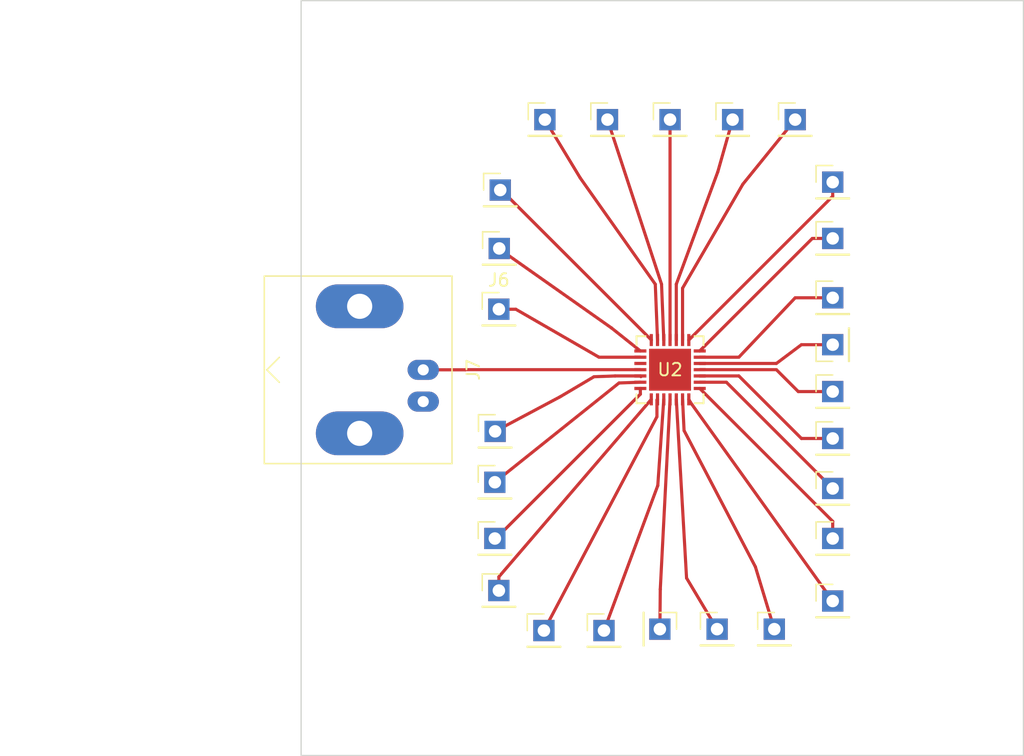
<source format=kicad_pcb>
(kicad_pcb (version 20221018) (generator pcbnew)
  (layers (0 "F.Cu" signal) (31 "B.Cu" signal) (34 "B.Paste" user) (35 "F.Paste" user) (36 "B.SilkS" user "B.Silkscreen") (37 "F.SilkS" user "F.Silkscreen") (38 "B.Mask" user) (39 "F.Mask" user) (44 "Edge.Cuts" user))
  (net 0 "")
  (net 1 "Net-(J1-Pin_1)")
  (net 2 "Net-(J2-Pin_1)")
  (net 4 "Net-(J3-Pin_1)")
  (net 5 "Net-(J4-Pin_1)")
  (net 6 "Net-(J5-Pin_1)")
  (net 7 "Net-(J7-Pin_1)")
  (net 8 "Net-(U2-GND)")
  (net 9 "Net-(J8-Pin_1)")
  (net 10 "Net-(J9-Pin_1)")
  (net 11 "Net-(J11-Pin_1)")
  (net 12 "Net-(J12-Pin_1)")
  (net 13 "Net-(J13-Pin_1)")
  (net 14 "Net-(J14-Pin_1)")
  (net 15 "Net-(J15-Pin_1)")
  (net 16 "Net-(J16-Pin_1)")
  (net 17 "Net-(J17-Pin_1)")
  (net 18 "Net-(J10-Pin_1)")
  (net 19 "Net-(J18-Pin_1)")
  (net 20 "Net-(J19-Pin_1)")
  (net 21 "Net-(J20-Pin_1)")
  (net 22 "Net-(J21-Pin_1)")
  (net 23 "Net-(J22-Pin_1)")
  (net 24 "Net-(J23-Pin_1)")
  (net 25 "Net-(J24-Pin_1)")
  (net 26 "Net-(J25-Pin_1)")
  (net 27 "Net-(J26-Pin_1)")
  (net 28 "Net-(J27-Pin_1)")
  (net 29 "Net-(J6-Pin_1)")
  (footprint "Connector_PinHeader_2.54mm:PinHeader_1x01_P2.54mm_Vertical" (layer "F.Cu") (at 164.18 80.837501)
    (fp_text reference "J26" hide)
    (fp_text value "Conn_01x01_Pin" hide)
    (fp_line (start -1.33 -1.33) (end 0 -1.33) (stroke (width 0.12)) (layer "F.SilkS"))
    (fp_line (start -1.33 0) (end -1.33 -1.33) (stroke (width 0.12)) (layer "F.SilkS"))
    (fp_line (start -1.33 1.27) (end -1.33 1.33) (stroke (width 0.12)) (layer "F.SilkS"))
    (fp_line (start -1.33 1.27) (end 1.33 1.27) (stroke (width 0.12)) (layer "F.SilkS"))
    (fp_line (start -1.33 1.33) (end 1.33 1.33) (stroke (width 0.12)) (layer "F.SilkS"))
    (fp_line (start 1.33 1.27) (end 1.33 1.33) (stroke (width 0.12)) (layer "F.SilkS"))
    (pad "1" thru_hole rect (at 0 0) (size 1.7 1.7) (drill 1) (layers "*.Cu" "*.Mask") (net 27 "Net-(J26-Pin_1)"))
  )
  (footprint "Connector_PinHeader_2.54mm:PinHeader_1x01_P2.54mm_Vertical" (layer "F.Cu") (at 156.18 75.837501)
    (fp_text reference "J24" hide)
    (fp_text value "Conn_01x01_Pin" hide)
    (fp_line (start -1.33 -1.33) (end 0 -1.33) (stroke (width 0.12)) (layer "F.SilkS"))
    (fp_line (start -1.33 0) (end -1.33 -1.33) (stroke (width 0.12)) (layer "F.SilkS"))
    (fp_line (start -1.33 1.27) (end -1.33 1.33) (stroke (width 0.12)) (layer "F.SilkS"))
    (fp_line (start -1.33 1.27) (end 1.33 1.27) (stroke (width 0.12)) (layer "F.SilkS"))
    (fp_line (start -1.33 1.33) (end 1.33 1.33) (stroke (width 0.12)) (layer "F.SilkS"))
    (fp_line (start 1.33 1.27) (end 1.33 1.33) (stroke (width 0.12)) (layer "F.SilkS"))
    (pad "1" thru_hole rect (at 0 0) (size 1.7 1.7) (drill 1) (layers "*.Cu" "*.Mask") (net 25 "Net-(J24-Pin_1)"))
  )
  (footprint "Connector_PinHeader_2.54mm:PinHeader_1x01_P2.54mm_Vertical" (layer "F.Cu") (at 164.18 97.587501)
    (fp_text reference "J4" hide)
    (fp_text value "Conn_01x01_Pin" hide)
    (fp_line (start -1.33 -1.33) (end 0 -1.33) (stroke (width 0.12)) (layer "F.SilkS"))
    (fp_line (start -1.33 0) (end -1.33 -1.33) (stroke (width 0.12)) (layer "F.SilkS"))
    (fp_line (start -1.33 1.27) (end -1.33 1.33) (stroke (width 0.12)) (layer "F.SilkS"))
    (fp_line (start -1.33 1.27) (end 1.33 1.27) (stroke (width 0.12)) (layer "F.SilkS"))
    (fp_line (start -1.33 1.33) (end 1.33 1.33) (stroke (width 0.12)) (layer "F.SilkS"))
    (fp_line (start 1.33 1.27) (end 1.33 1.33) (stroke (width 0.12)) (layer "F.SilkS"))
    (pad "1" thru_hole rect (at 0 0) (size 1.7 1.7) (drill 1) (layers "*.Cu" "*.Mask") (net 5 "Net-(J4-Pin_1)"))
  )
  (footprint "Connector_PinHeader_2.54mm:PinHeader_1x01_P2.54mm_Vertical" (layer "F.Cu") (at 137.61 81.47)
    (fp_text reference "J20" hide)
    (fp_text value "Conn_01x01_Pin" hide)
    (fp_line (start -1.33 -1.33) (end 0 -1.33) (stroke (width 0.12)) (layer "F.SilkS"))
    (fp_line (start -1.33 0) (end -1.33 -1.33) (stroke (width 0.12)) (layer "F.SilkS"))
    (fp_line (start -1.33 1.27) (end -1.33 1.33) (stroke (width 0.12)) (layer "F.SilkS"))
    (fp_line (start -1.33 1.27) (end 1.33 1.27) (stroke (width 0.12)) (layer "F.SilkS"))
    (fp_line (start -1.33 1.33) (end 1.33 1.33) (stroke (width 0.12)) (layer "F.SilkS"))
    (fp_line (start 1.33 1.27) (end 1.33 1.33) (stroke (width 0.12)) (layer "F.SilkS"))
    (pad "1" thru_hole rect (at 0 0) (size 1.7 1.7) (drill 1) (layers "*.Cu" "*.Mask") (net 21 "Net-(J20-Pin_1)"))
  )
  (footprint "Connector_PinHeader_2.54mm:PinHeader_1x01_P2.54mm_Vertical" (layer "F.Cu") (at 151.18 75.837501)
    (fp_text reference "J23" hide)
    (fp_text value "Conn_01x01_Pin" hide)
    (fp_line (start -1.33 -1.33) (end 0 -1.33) (stroke (width 0.12)) (layer "F.SilkS"))
    (fp_line (start -1.33 0) (end -1.33 -1.33) (stroke (width 0.12)) (layer "F.SilkS"))
    (fp_line (start -1.33 1.27) (end -1.33 1.33) (stroke (width 0.12)) (layer "F.SilkS"))
    (fp_line (start -1.33 1.27) (end 1.33 1.27) (stroke (width 0.12)) (layer "F.SilkS"))
    (fp_line (start -1.33 1.33) (end 1.33 1.33) (stroke (width 0.12)) (layer "F.SilkS"))
    (fp_line (start 1.33 1.27) (end 1.33 1.33) (stroke (width 0.12)) (layer "F.SilkS"))
    (pad "1" thru_hole rect (at 0 0) (size 1.7 1.7) (drill 1) (layers "*.Cu" "*.Mask") (net 24 "Net-(J23-Pin_1)"))
  )
  (footprint "Connector_PinHeader_2.54mm:PinHeader_1x01_P2.54mm_Vertical" (layer "F.Cu") (at 161.18 75.837501)
    (fp_text reference "J25" hide)
    (fp_text value "Conn_01x01_Pin" hide)
    (fp_line (start -1.33 -1.33) (end 0 -1.33) (stroke (width 0.12)) (layer "F.SilkS"))
    (fp_line (start -1.33 0) (end -1.33 -1.33) (stroke (width 0.12)) (layer "F.SilkS"))
    (fp_line (start -1.33 1.27) (end -1.33 1.33) (stroke (width 0.12)) (layer "F.SilkS"))
    (fp_line (start -1.33 1.27) (end 1.33 1.27) (stroke (width 0.12)) (layer "F.SilkS"))
    (fp_line (start -1.33 1.33) (end 1.33 1.33) (stroke (width 0.12)) (layer "F.SilkS"))
    (fp_line (start 1.33 1.27) (end 1.33 1.33) (stroke (width 0.12)) (layer "F.SilkS"))
    (pad "1" thru_hole rect (at 0 0) (size 1.7 1.7) (drill 1) (layers "*.Cu" "*.Mask") (net 26 "Net-(J25-Pin_1)"))
  )
  (footprint "Connector_PinHeader_2.54mm:PinHeader_1x01_P2.54mm_Vertical" (layer "F.Cu") (at 164.18 114.337501)
    (fp_text reference "J16" hide)
    (fp_text value "Conn_01x01_Pin" hide)
    (fp_line (start -1.33 -1.33) (end 0 -1.33) (stroke (width 0.12)) (layer "F.SilkS"))
    (fp_line (start -1.33 0) (end -1.33 -1.33) (stroke (width 0.12)) (layer "F.SilkS"))
    (fp_line (start -1.33 1.27) (end -1.33 1.33) (stroke (width 0.12)) (layer "F.SilkS"))
    (fp_line (start -1.33 1.27) (end 1.33 1.27) (stroke (width 0.12)) (layer "F.SilkS"))
    (fp_line (start -1.33 1.33) (end 1.33 1.33) (stroke (width 0.12)) (layer "F.SilkS"))
    (fp_line (start 1.33 1.27) (end 1.33 1.33) (stroke (width 0.12)) (layer "F.SilkS"))
    (pad "1" thru_hole rect (at 0 0) (size 1.7 1.7) (drill 1) (layers "*.Cu" "*.Mask") (net 16 "Net-(J16-Pin_1)"))
  )
  (footprint "Connector_PinHeader_2.54mm:PinHeader_1x01_P2.54mm_Vertical" (layer "F.Cu") (at 141.1 116.7)
    (fp_text reference "J12" hide)
    (fp_text value "Conn_01x01_Pin" hide)
    (fp_line (start -1.33 -1.33) (end 0 -1.33) (stroke (width 0.12)) (layer "F.SilkS"))
    (fp_line (start -1.33 0) (end -1.33 -1.33) (stroke (width 0.12)) (layer "F.SilkS"))
    (fp_line (start -1.33 1.27) (end -1.33 1.33) (stroke (width 0.12)) (layer "F.SilkS"))
    (fp_line (start -1.33 1.27) (end 1.33 1.27) (stroke (width 0.12)) (layer "F.SilkS"))
    (fp_line (start -1.33 1.33) (end 1.33 1.33) (stroke (width 0.12)) (layer "F.SilkS"))
    (fp_line (start 1.33 1.27) (end 1.33 1.33) (stroke (width 0.12)) (layer "F.SilkS"))
    (pad "1" thru_hole rect (at 0 0) (size 1.7 1.7) (drill 1) (layers "*.Cu" "*.Mask") (net 12 "Net-(J12-Pin_1)"))
  )
  (footprint "Connector_PinHeader_2.54mm:PinHeader_1x01_P2.54mm_Vertical" (layer "F.Cu") (at 146.18 75.837501)
    (fp_text reference "J22" hide)
    (fp_text value "Conn_01x01_Pin" hide)
    (fp_line (start -1.33 -1.33) (end 0 -1.33) (stroke (width 0.12)) (layer "F.SilkS"))
    (fp_line (start -1.33 0) (end -1.33 -1.33) (stroke (width 0.12)) (layer "F.SilkS"))
    (fp_line (start -1.33 1.27) (end -1.33 1.33) (stroke (width 0.12)) (layer "F.SilkS"))
    (fp_line (start -1.33 1.27) (end 1.33 1.27) (stroke (width 0.12)) (layer "F.SilkS"))
    (fp_line (start -1.33 1.33) (end 1.33 1.33) (stroke (width 0.12)) (layer "F.SilkS"))
    (fp_line (start 1.33 1.27) (end 1.33 1.33) (stroke (width 0.12)) (layer "F.SilkS"))
    (pad "1" thru_hole rect (at 0 0) (size 1.7 1.7) (drill 1) (layers "*.Cu" "*.Mask") (net 23 "Net-(J22-Pin_1)"))
  )
  (footprint "footprints:MAX2121ETI&plus_" (layer "F.Cu") (at 151.18 95.8375)
    (fp_text reference "U2" (at 0 0) (layer "F.SilkS"))
    (fp_text value "MAX2121ETI+" hide)
    (fp_line (start -2.6797 -2.6797) (end -2.6797 -1.96014) (stroke (width 0.1524)) (layer "F.SilkS"))
    (fp_line (start -2.6797 1.96014) (end -2.6797 2.6797) (stroke (width 0.1524)) (layer "F.SilkS"))
    (fp_line (start -2.6797 2.6797) (end -1.96014 2.6797) (stroke (width 0.1524)) (layer "F.SilkS"))
    (fp_line (start -1.96014 -2.6797) (end -2.6797 -2.6797) (stroke (width 0.1524)) (layer "F.SilkS"))
    (fp_line (start 1.96014 2.6797) (end 2.6797 2.6797) (stroke (width 0.1524)) (layer "F.SilkS"))
    (fp_line (start 2.6797 -2.6797) (end 1.96014 -2.6797) (stroke (width 0.1524)) (layer "F.SilkS"))
    (fp_line (start 2.6797 -1.96014) (end 2.6797 -2.6797) (stroke (width 0.1524)) (layer "F.SilkS"))
    (fp_line (start 2.6797 2.6797) (end 2.6797 1.96014) (stroke (width 0.1524)) (layer "F.SilkS"))
    (pad "1" smd rect (at -2.3725 -1.5 90) (size 0.2548 0.960399) (layers "F.Cu" "F.Paste" "F.Mask") (net 1 "Net-(J1-Pin_1)"))
    (pad "2" smd rect (at -2.3725 -1.000001 90) (size 0.2548 0.960399) (layers "F.Cu" "F.Paste" "F.Mask") (net 29 "Net-(J6-Pin_1)"))
    (pad "3" smd rect (at -2.3725 -0.499999 90) (size 0.2548 0.960399) (layers "F.Cu" "F.Paste" "F.Mask") (net 8 "Net-(U2-GND)"))
    (pad "4" smd rect (at -2.3725 0 90) (size 0.2548 0.960399) (layers "F.Cu" "F.Paste" "F.Mask") (net 7 "Net-(J7-Pin_1)"))
    (pad "5" smd rect (at -2.3725 0.499999 90) (size 0.2548 0.960399) (layers "F.Cu" "F.Paste" "F.Mask") (net 9 "Net-(J8-Pin_1)"))
    (pad "6" smd rect (at -2.3725 1.000001 90) (size 0.2548 0.960399) (layers "F.Cu" "F.Paste" "F.Mask") (net 10 "Net-(J9-Pin_1)"))
    (pad "7" smd rect (at -2.3725 1.5 90) (size 0.2548 0.960399) (layers "F.Cu" "F.Paste" "F.Mask") (net 18 "Net-(J10-Pin_1)"))
    (pad "8" smd rect (at -1.5 2.3725) (size 0.2548 0.960399) (layers "F.Cu" "F.Paste" "F.Mask") (net 11 "Net-(J11-Pin_1)"))
    (pad "9" smd rect (at -1.000001 2.3725) (size 0.2548 0.960399) (layers "F.Cu" "F.Paste" "F.Mask") (net 12 "Net-(J12-Pin_1)"))
    (pad "10" smd rect (at -0.499999 2.3725) (size 0.2548 0.960399) (layers "F.Cu" "F.Paste" "F.Mask") (net 13 "Net-(J13-Pin_1)"))
    (pad "11" smd rect (at 0 2.3725) (size 0.2548 0.960399) (layers "F.Cu" "F.Paste" "F.Mask") (net 17 "Net-(J17-Pin_1)"))
    (pad "12" smd rect (at 0.499999 2.3725) (size 0.2548 0.960399) (layers "F.Cu" "F.Paste" "F.Mask") (net 14 "Net-(J14-Pin_1)"))
    (pad "13" smd rect (at 1.000001 2.3725) (size 0.2548 0.960399) (layers "F.Cu" "F.Paste" "F.Mask") (net 15 "Net-(J15-Pin_1)"))
    (pad "14" smd rect (at 1.5 2.3725) (size 0.2548 0.960399) (layers "F.Cu" "F.Paste" "F.Mask") (net 16 "Net-(J16-Pin_1)"))
    (pad "15" smd rect (at 2.3725 1.5 90) (size 0.2548 0.960399) (layers "F.Cu" "F.Paste" "F.Mask") (net 20 "Net-(J19-Pin_1)"))
    (pad "16" smd rect (at 2.3725 1.000001 90) (size 0.2548 0.960399) (layers "F.Cu" "F.Paste" "F.Mask") (net 19 "Net-(J18-Pin_1)"))
    (pad "17" smd rect (at 2.3725 0.499999 90) (size 0.2548 0.960399) (layers "F.Cu" "F.Paste" "F.Mask") (net 6 "Net-(J5-Pin_1)"))
    (pad "18" smd rect (at 2.3725 0 90) (size 0.2548 0.960399) (layers "F.Cu" "F.Paste" "F.Mask") (net 5 "Net-(J4-Pin_1)"))
    (pad "19" smd rect (at 2.3725 -0.499999 90) (size 0.2548 0.960399) (layers "F.Cu" "F.Paste" "F.Mask") (net 4 "Net-(J3-Pin_1)"))
    (pad "20" smd rect (at 2.3725 -1.000001 90) (size 0.2548 0.960399) (layers "F.Cu" "F.Paste" "F.Mask") (net 2 "Net-(J2-Pin_1)"))
    (pad "21" smd rect (at 2.3725 -1.5 90) (size 0.2548 0.960399) (layers "F.Cu" "F.Paste" "F.Mask") (net 28 "Net-(J27-Pin_1)"))
    (pad "22" smd rect (at 1.5 -2.3725) (size 0.2548 0.960399) (layers "F.Cu" "F.Paste" "F.Mask") (net 27 "Net-(J26-Pin_1)"))
    (pad "23" smd rect (at 1.000001 -2.3725) (size 0.2548 0.960399) (layers "F.Cu" "F.Paste" "F.Mask") (net 26 "Net-(J25-Pin_1)"))
    (pad "24" smd rect (at 0.499999 -2.3725) (size 0.2548 0.960399) (layers "F.Cu" "F.Paste" "F.Mask") (net 25 "Net-(J24-Pin_1)"))
    (pad "25" smd rect (at 0 -2.3725) (size 0.2548 0.960399) (layers "F.Cu" "F.Paste" "F.Mask") (net 24 "Net-(J23-Pin_1)"))
    (pad "26" smd rect (at -0.499999 -2.3725) (size 0.2548 0.960399) (layers "F.Cu" "F.Paste" "F.Mask") (net 23 "Net-(J22-Pin_1)"))
    (pad "27" smd rect (at -1.000001 -2.3725) (size 0.2548 0.960399) (layers "F.Cu" "F.Paste" "F.Mask") (net 22 "Net-(J21-Pin_1)"))
    (pad "28" smd rect (at -1.5 -2.3725) (size 0.2548 0.960399) (layers "F.Cu" "F.Paste" "F.Mask") (net 21 "Net-(J20-Pin_1)"))
    (pad "29" smd rect (at 0 0) (size 3.3528 3.3528) (layers "F.Cu" "F.Paste" "F.Mask"))
  )
  (footprint "Connector_PinHeader_2.54mm:PinHeader_1x01_P2.54mm_Vertical" (layer "F.Cu") (at 164.18 109.337501)
    (fp_text reference "J19" hide)
    (fp_text value "Conn_01x01_Pin" hide)
    (fp_line (start -1.33 -1.33) (end 0 -1.33) (stroke (width 0.12)) (layer "F.SilkS"))
    (fp_line (start -1.33 0) (end -1.33 -1.33) (stroke (width 0.12)) (layer "F.SilkS"))
    (fp_line (start -1.33 1.27) (end -1.33 1.33) (stroke (width 0.12)) (layer "F.SilkS"))
    (fp_line (start -1.33 1.27) (end 1.33 1.27) (stroke (width 0.12)) (layer "F.SilkS"))
    (fp_line (start -1.33 1.33) (end 1.33 1.33) (stroke (width 0.12)) (layer "F.SilkS"))
    (fp_line (start 1.33 1.27) (end 1.33 1.33) (stroke (width 0.12)) (layer "F.SilkS"))
    (pad "1" thru_hole rect (at 0 0) (size 1.7 1.7) (drill 1) (layers "*.Cu" "*.Mask") (net 20 "Net-(J19-Pin_1)"))
  )
  (footprint "Connector_PinHeader_2.54mm:PinHeader_1x01_P2.54mm_Vertical" (layer "F.Cu") (at 150.368 116.586 -90)
    (fp_text reference "J17" hide)
    (fp_text value "Conn_01x01_Pin" hide)
    (fp_line (start -1.33 -1.33) (end 0 -1.33) (stroke (width 0.12)) (layer "F.SilkS"))
    (fp_line (start -1.33 0) (end -1.33 -1.33) (stroke (width 0.12)) (layer "F.SilkS"))
    (fp_line (start -1.33 1.27) (end -1.33 1.33) (stroke (width 0.12)) (layer "F.SilkS"))
    (fp_line (start -1.33 1.27) (end 1.33 1.27) (stroke (width 0.12)) (layer "F.SilkS"))
    (fp_line (start -1.33 1.33) (end 1.33 1.33) (stroke (width 0.12)) (layer "F.SilkS"))
    (fp_line (start 1.33 1.27) (end 1.33 1.33) (stroke (width 0.12)) (layer "F.SilkS"))
    (pad "1" thru_hole rect (at 0 0 270) (size 1.7 1.7) (drill 1) (layers "*.Cu" "*.Mask") (net 17 "Net-(J17-Pin_1)"))
  )
  (footprint "Connector_PinHeader_2.54mm:PinHeader_1x01_P2.54mm_Vertical" (layer "F.Cu") (at 137.2 100.767501)
    (fp_text reference "J8" hide)
    (fp_text value "Conn_01x01_Pin" hide)
    (fp_line (start -1.33 -1.33) (end 0 -1.33) (stroke (width 0.12)) (layer "F.SilkS"))
    (fp_line (start -1.33 0) (end -1.33 -1.33) (stroke (width 0.12)) (layer "F.SilkS"))
    (fp_line (start -1.33 1.27) (end -1.33 1.33) (stroke (width 0.12)) (layer "F.SilkS"))
    (fp_line (start -1.33 1.27) (end 1.33 1.27) (stroke (width 0.12)) (layer "F.SilkS"))
    (fp_line (start -1.33 1.33) (end 1.33 1.33) (stroke (width 0.12)) (layer "F.SilkS"))
    (fp_line (start 1.33 1.27) (end 1.33 1.33) (stroke (width 0.12)) (layer "F.SilkS"))
    (pad "1" thru_hole rect (at 0 0) (size 1.7 1.7) (drill 1) (layers "*.Cu" "*.Mask") (net 9 "Net-(J8-Pin_1)"))
  )
  (footprint "Connector_PinHeader_2.54mm:PinHeader_1x01_P2.54mm_Vertical" (layer "F.Cu") (at 137.18 104.837501)
    (fp_text reference "J9" hide)
    (fp_text value "Conn_01x01_Pin" hide)
    (fp_line (start -1.33 -1.33) (end 0 -1.33) (stroke (width 0.12)) (layer "F.SilkS"))
    (fp_line (start -1.33 0) (end -1.33 -1.33) (stroke (width 0.12)) (layer "F.SilkS"))
    (fp_line (start -1.33 1.27) (end -1.33 1.33) (stroke (width 0.12)) (layer "F.SilkS"))
    (fp_line (start -1.33 1.27) (end 1.33 1.27) (stroke (width 0.12)) (layer "F.SilkS"))
    (fp_line (start -1.33 1.33) (end 1.33 1.33) (stroke (width 0.12)) (layer "F.SilkS"))
    (fp_line (start 1.33 1.27) (end 1.33 1.33) (stroke (width 0.12)) (layer "F.SilkS"))
    (pad "1" thru_hole rect (at 0 0) (size 1.7 1.7) (drill 1) (layers "*.Cu" "*.Mask") (net 10 "Net-(J9-Pin_1)"))
  )
  (footprint "Connector_PinHeader_2.54mm:PinHeader_1x01_P2.54mm_Vertical" (layer "F.Cu") (at 164.18 85.337501)
    (fp_text reference "J27" hide)
    (fp_text value "Conn_01x01_Pin" hide)
    (fp_line (start -1.33 -1.33) (end 0 -1.33) (stroke (width 0.12)) (layer "F.SilkS"))
    (fp_line (start -1.33 0) (end -1.33 -1.33) (stroke (width 0.12)) (layer "F.SilkS"))
    (fp_line (start -1.33 1.27) (end -1.33 1.33) (stroke (width 0.12)) (layer "F.SilkS"))
    (fp_line (start -1.33 1.27) (end 1.33 1.27) (stroke (width 0.12)) (layer "F.SilkS"))
    (fp_line (start -1.33 1.33) (end 1.33 1.33) (stroke (width 0.12)) (layer "F.SilkS"))
    (fp_line (start 1.33 1.27) (end 1.33 1.33) (stroke (width 0.12)) (layer "F.SilkS"))
    (pad "1" thru_hole rect (at 0 0) (size 1.7 1.7) (drill 1) (layers "*.Cu" "*.Mask") (net 28 "Net-(J27-Pin_1)"))
  )
  (footprint "Connector_PinHeader_2.54mm:PinHeader_1x01_P2.54mm_Vertical" (layer "F.Cu") (at 164.18 105.337501)
    (fp_text reference "J18" hide)
    (fp_text value "Conn_01x01_Pin" hide)
    (fp_line (start -1.33 -1.33) (end 0 -1.33) (stroke (width 0.12)) (layer "F.SilkS"))
    (fp_line (start -1.33 0) (end -1.33 -1.33) (stroke (width 0.12)) (layer "F.SilkS"))
    (fp_line (start -1.33 1.27) (end -1.33 1.33) (stroke (width 0.12)) (layer "F.SilkS"))
    (fp_line (start -1.33 1.27) (end 1.33 1.27) (stroke (width 0.12)) (layer "F.SilkS"))
    (fp_line (start -1.33 1.33) (end 1.33 1.33) (stroke (width 0.12)) (layer "F.SilkS"))
    (fp_line (start 1.33 1.27) (end 1.33 1.33) (stroke (width 0.12)) (layer "F.SilkS"))
    (pad "1" thru_hole rect (at 0 0) (size 1.7 1.7) (drill 1) (layers "*.Cu" "*.Mask") (net 19 "Net-(J18-Pin_1)"))
  )
  (footprint "Connector_Coaxial:BNC_Amphenol_B6252HB-NPP3G-50_Horizontal" (layer "F.Cu") (at 131.4545 95.848 90)
    (fp_text reference "J7" (at 0 4 90) (layer "F.SilkS"))
    (fp_text value "Conn_01x01_Pin")
    (fp_line (start -7.5 -12.7) (end 7.5 -12.7) (stroke (width 0.12)) (layer "F.SilkS"))
    (fp_line (start -7.5 2.3) (end -7.5 -12.7) (stroke (width 0.12)) (layer "F.SilkS"))
    (fp_line (start 0 -12.5) (end -1 -11.5) (stroke (width 0.12)) (layer "F.SilkS"))
    (fp_line (start 0 -12.5) (end 1 -11.5) (stroke (width 0.12)) (layer "F.SilkS"))
    (fp_line (start 7.5 -12.7) (end 7.5 2.3) (stroke (width 0.12)) (layer "F.SilkS"))
    (fp_line (start 7.5 2.3) (end -7.5 2.3) (stroke (width 0.12)) (layer "F.SilkS"))
    (pad "1" thru_hole oval (at 0 0 90) (size 1.6 2.5) (drill 0.89) (layers "*.Cu" "*.Mask") (net 7 "Net-(J7-Pin_1)"))
    (pad "2" thru_hole oval (at -5.08 -5.08 90) (size 3.5 7) (drill 2.01) (layers "*.Cu" "*.Mask"))
    (pad "2" thru_hole oval (at -2.54 0 90) (size 1.6 2.5) (drill 0.89) (layers "*.Cu" "*.Mask"))
    (pad "2" thru_hole oval (at 5.08 -5.08 90) (size 3.5 7) (drill 2.01) (layers "*.Cu" "*.Mask"))
  )
  (footprint "Connector_PinHeader_2.54mm:PinHeader_1x01_P2.54mm_Vertical" (layer "F.Cu") (at 137.5 91)
    (fp_text reference "J6" (at 0 -2.33) (layer "F.SilkS"))
    (fp_text value "Conn_01x01_Pin")
    (fp_line (start -1.33 -1.33) (end 0 -1.33) (stroke (width 0.12)) (layer "F.SilkS"))
    (fp_line (start -1.33 0) (end -1.33 -1.33) (stroke (width 0.12)) (layer "F.SilkS"))
    (fp_line (start -1.33 1.27) (end -1.33 1.33) (stroke (width 0.12)) (layer "F.SilkS"))
    (fp_line (start -1.33 1.27) (end 1.33 1.27) (stroke (width 0.12)) (layer "F.SilkS"))
    (fp_line (start -1.33 1.33) (end 1.33 1.33) (stroke (width 0.12)) (layer "F.SilkS"))
    (fp_line (start 1.33 1.27) (end 1.33 1.33) (stroke (width 0.12)) (layer "F.SilkS"))
    (pad "1" thru_hole rect (at 0 0) (size 1.7 1.7) (drill 1) (layers "*.Cu" "*.Mask") (net 29 "Net-(J6-Pin_1)"))
  )
  (footprint "Connector_PinHeader_2.54mm:PinHeader_1x01_P2.54mm_Vertical" (layer "F.Cu") (at 137.5 113.5)
    (fp_text reference "J11" hide)
    (fp_text value "Conn_01x01_Pin" hide)
    (fp_line (start -1.33 -1.33) (end 0 -1.33) (stroke (width 0.12)) (layer "F.SilkS"))
    (fp_line (start -1.33 0) (end -1.33 -1.33) (stroke (width 0.12)) (layer "F.SilkS"))
    (fp_line (start -1.33 1.27) (end -1.33 1.33) (stroke (width 0.12)) (layer "F.SilkS"))
    (fp_line (start -1.33 1.27) (end 1.33 1.27) (stroke (width 0.12)) (layer "F.SilkS"))
    (fp_line (start -1.33 1.33) (end 1.33 1.33) (stroke (width 0.12)) (layer "F.SilkS"))
    (fp_line (start 1.33 1.27) (end 1.33 1.33) (stroke (width 0.12)) (layer "F.SilkS"))
    (pad "1" thru_hole rect (at 0 0) (size 1.7 1.7) (drill 1) (layers "*.Cu" "*.Mask") (net 11 "Net-(J11-Pin_1)"))
  )
  (footprint "Connector_PinHeader_2.54mm:PinHeader_1x01_P2.54mm_Vertical" (layer "F.Cu") (at 141.18 75.837501)
    (fp_text reference "J21" hide)
    (fp_text value "Conn_01x01_Pin" hide)
    (fp_line (start -1.33 -1.33) (end 0 -1.33) (stroke (width 0.12)) (layer "F.SilkS"))
    (fp_line (start -1.33 0) (end -1.33 -1.33) (stroke (width 0.12)) (layer "F.SilkS"))
    (fp_line (start -1.33 1.27) (end -1.33 1.33) (stroke (width 0.12)) (layer "F.SilkS"))
    (fp_line (start -1.33 1.27) (end 1.33 1.27) (stroke (width 0.12)) (layer "F.SilkS"))
    (fp_line (start -1.33 1.33) (end 1.33 1.33) (stroke (width 0.12)) (layer "F.SilkS"))
    (fp_line (start 1.33 1.27) (end 1.33 1.33) (stroke (width 0.12)) (layer "F.SilkS"))
    (pad "1" thru_hole rect (at 0 0) (size 1.7 1.7) (drill 1) (layers "*.Cu" "*.Mask") (net 22 "Net-(J21-Pin_1)"))
  )
  (footprint "Connector_PinHeader_2.54mm:PinHeader_1x01_P2.54mm_Vertical" (layer "F.Cu") (at 137.18 109.337501)
    (fp_text reference "J10" hide)
    (fp_text value "Conn_01x01_Pin" hide)
    (fp_line (start -1.33 -1.33) (end 0 -1.33) (stroke (width 0.12)) (layer "F.SilkS"))
    (fp_line (start -1.33 0) (end -1.33 -1.33) (stroke (width 0.12)) (layer "F.SilkS"))
    (fp_line (start -1.33 1.27) (end -1.33 1.33) (stroke (width 0.12)) (layer "F.SilkS"))
    (fp_line (start -1.33 1.27) (end 1.33 1.27) (stroke (width 0.12)) (layer "F.SilkS"))
    (fp_line (start -1.33 1.33) (end 1.33 1.33) (stroke (width 0.12)) (layer "F.SilkS"))
    (fp_line (start 1.33 1.27) (end 1.33 1.33) (stroke (width 0.12)) (layer "F.SilkS"))
    (pad "1" thru_hole rect (at 0 0) (size 1.7 1.7) (drill 1) (layers "*.Cu" "*.Mask") (net 18 "Net-(J10-Pin_1)"))
  )
  (footprint "Connector_PinHeader_2.54mm:PinHeader_1x01_P2.54mm_Vertical" (layer "F.Cu") (at 137.53 86.14)
    (fp_text reference "J1" hide)
    (fp_text value "Conn_01x01_Pin" hide)
    (fp_line (start -1.33 -1.33) (end 0 -1.33) (stroke (width 0.12)) (layer "F.SilkS"))
    (fp_line (start -1.33 0) (end -1.33 -1.33) (stroke (width 0.12)) (layer "F.SilkS"))
    (fp_line (start -1.33 1.27) (end -1.33 1.33) (stroke (width 0.12)) (layer "F.SilkS"))
    (fp_line (start -1.33 1.27) (end 1.33 1.27) (stroke (width 0.12)) (layer "F.SilkS"))
    (fp_line (start -1.33 1.33) (end 1.33 1.33) (stroke (width 0.12)) (layer "F.SilkS"))
    (fp_line (start 1.33 1.27) (end 1.33 1.33) (stroke (width 0.12)) (layer "F.SilkS"))
    (pad "1" thru_hole rect (at 0 0) (size 1.7 1.7) (drill 1) (layers "*.Cu" "*.Mask") (net 1 "Net-(J1-Pin_1)"))
  )
  (footprint "Connector_PinHeader_2.54mm:PinHeader_1x01_P2.54mm_Vertical" (layer "F.Cu") (at 164.18 90.087501)
    (fp_text reference "J2" hide)
    (fp_text value "Conn_01x01_Pin" hide)
    (fp_line (start -1.33 -1.33) (end 0 -1.33) (stroke (width 0.12)) (layer "F.SilkS"))
    (fp_line (start -1.33 0) (end -1.33 -1.33) (stroke (width 0.12)) (layer "F.SilkS"))
    (fp_line (start -1.33 1.27) (end -1.33 1.33) (stroke (width 0.12)) (layer "F.SilkS"))
    (fp_line (start -1.33 1.27) (end 1.33 1.27) (stroke (width 0.12)) (layer "F.SilkS"))
    (fp_line (start -1.33 1.33) (end 1.33 1.33) (stroke (width 0.12)) (layer "F.SilkS"))
    (fp_line (start 1.33 1.27) (end 1.33 1.33) (stroke (width 0.12)) (layer "F.SilkS"))
    (pad "1" thru_hole rect (at 0 0) (size 1.7 1.7) (drill 1) (layers "*.Cu" "*.Mask") (net 2 "Net-(J2-Pin_1)"))
  )
  (footprint "Connector_PinHeader_2.54mm:PinHeader_1x01_P2.54mm_Vertical" (layer "F.Cu") (at 154.94 116.586)
    (fp_text reference "J14" hide)
    (fp_text value "Conn_01x01_Pin" hide)
    (fp_line (start -1.33 -1.33) (end 0 -1.33) (stroke (width 0.12)) (layer "F.SilkS"))
    (fp_line (start -1.33 0) (end -1.33 -1.33) (stroke (width 0.12)) (layer "F.SilkS"))
    (fp_line (start -1.33 1.27) (end -1.33 1.33) (stroke (width 0.12)) (layer "F.SilkS"))
    (fp_line (start -1.33 1.27) (end 1.33 1.27) (stroke (width 0.12)) (layer "F.SilkS"))
    (fp_line (start -1.33 1.33) (end 1.33 1.33) (stroke (width 0.12)) (layer "F.SilkS"))
    (fp_line (start 1.33 1.27) (end 1.33 1.33) (stroke (width 0.12)) (layer "F.SilkS"))
    (pad "1" thru_hole rect (at 0 0) (size 1.7 1.7) (drill 1) (layers "*.Cu" "*.Mask") (net 14 "Net-(J14-Pin_1)"))
  )
  (footprint "Connector_PinHeader_2.54mm:PinHeader_1x01_P2.54mm_Vertical" (layer "F.Cu") (at 164.18 101.337501)
    (fp_text reference "J5" hide)
    (fp_text value "Conn_01x01_Pin" hide)
    (fp_line (start -1.33 -1.33) (end 0 -1.33) (stroke (width 0.12)) (layer "F.SilkS"))
    (fp_line (start -1.33 0) (end -1.33 -1.33) (stroke (width 0.12)) (layer "F.SilkS"))
    (fp_line (start -1.33 1.27) (end -1.33 1.33) (stroke (width 0.12)) (layer "F.SilkS"))
    (fp_line (start -1.33 1.27) (end 1.33 1.27) (stroke (width 0.12)) (layer "F.SilkS"))
    (fp_line (start -1.33 1.33) (end 1.33 1.33) (stroke (width 0.12)) (layer "F.SilkS"))
    (fp_line (start 1.33 1.27) (end 1.33 1.33) (stroke (width 0.12)) (layer "F.SilkS"))
    (pad "1" thru_hole rect (at 0 0) (size 1.7 1.7) (drill 1) (layers "*.Cu" "*.Mask") (net 6 "Net-(J5-Pin_1)"))
  )
  (footprint "Connector_PinHeader_2.54mm:PinHeader_1x01_P2.54mm_Vertical" (layer "F.Cu") (at 159.512 116.586)
    (fp_text reference "J15" hide)
    (fp_text value "Conn_01x01_Pin" hide)
    (fp_line (start -1.33 -1.33) (end 0 -1.33) (stroke (width 0.12)) (layer "F.SilkS"))
    (fp_line (start -1.33 0) (end -1.33 -1.33) (stroke (width 0.12)) (layer "F.SilkS"))
    (fp_line (start -1.33 1.27) (end -1.33 1.33) (stroke (width 0.12)) (layer "F.SilkS"))
    (fp_line (start -1.33 1.27) (end 1.33 1.27) (stroke (width 0.12)) (layer "F.SilkS"))
    (fp_line (start -1.33 1.33) (end 1.33 1.33) (stroke (width 0.12)) (layer "F.SilkS"))
    (fp_line (start 1.33 1.27) (end 1.33 1.33) (stroke (width 0.12)) (layer "F.SilkS"))
    (pad "1" thru_hole rect (at 0 0) (size 1.7 1.7) (drill 1) (layers "*.Cu" "*.Mask") (net 15 "Net-(J15-Pin_1)"))
  )
  (footprint "Connector_PinHeader_2.54mm:PinHeader_1x01_P2.54mm_Vertical" (layer "F.Cu") (at 164.18 93.837501 90)
    (fp_text reference "J3" hide)
    (fp_text value "Conn_01x01_Pin" hide)
    (fp_line (start -1.33 -1.33) (end 0 -1.33) (stroke (width 0.12)) (layer "F.SilkS"))
    (fp_line (start -1.33 0) (end -1.33 -1.33) (stroke (width 0.12)) (layer "F.SilkS"))
    (fp_line (start -1.33 1.27) (end -1.33 1.33) (stroke (width 0.12)) (layer "F.SilkS"))
    (fp_line (start -1.33 1.27) (end 1.33 1.27) (stroke (width 0.12)) (layer "F.SilkS"))
    (fp_line (start -1.33 1.33) (end 1.33 1.33) (stroke (width 0.12)) (layer "F.SilkS"))
    (fp_line (start 1.33 1.27) (end 1.33 1.33) (stroke (width 0.12)) (layer "F.SilkS"))
    (pad "1" thru_hole rect (at 0 0 90) (size 1.7 1.7) (drill 1) (layers "*.Cu" "*.Mask") (net 4 "Net-(J3-Pin_1)"))
  )
  (footprint "Connector_PinHeader_2.54mm:PinHeader_1x01_P2.54mm_Vertical" (layer "F.Cu") (at 145.9 116.7)
    (fp_text reference "J13" hide)
    (fp_text value "Conn_01x01_Pin" hide)
    (fp_line (start -1.33 -1.33) (end 0 -1.33) (stroke (width 0.12)) (layer "F.SilkS"))
    (fp_line (start -1.33 0) (end -1.33 -1.33) (stroke (width 0.12)) (layer "F.SilkS"))
    (fp_line (start -1.33 1.27) (end -1.33 1.33) (stroke (width 0.12)) (layer "F.SilkS"))
    (fp_line (start -1.33 1.27) (end 1.33 1.27) (stroke (width 0.12)) (layer "F.SilkS"))
    (fp_line (start -1.33 1.33) (end 1.33 1.33) (stroke (width 0.12)) (layer "F.SilkS"))
    (fp_line (start 1.33 1.27) (end 1.33 1.33) (stroke (width 0.12)) (layer "F.SilkS"))
    (pad "1" thru_hole rect (at 0 0) (size 1.7 1.7) (drill 1) (layers "*.Cu" "*.Mask") (net 13 "Net-(J13-Pin_1)"))
  )
  (gr_rect (start 121.695 66.321) (end 179.422 126.69) (stroke (width 0.1)) (fill none) (layer "Edge.Cuts"))
  (segment (start 148.8075 94.3375) (end 146.5 92.5) (width 0.25) (layer "F.Cu") (net 1))
  (segment (start 146.5 92.5) (end 137 85.803619) (width 0.25) (layer "F.Cu") (net 1))
  (segment (start 137 85.803619) (end 137 85.5) (width 0.25) (layer "F.Cu") (net 1))
  (segment (start 164.18 90.087501) (end 161.18 90.087501) (width 0.25) (layer "F.Cu") (net 2))
  (segment (start 161.18 90.087501) (end 156.68 94.837501) (width 0.25) (layer "F.Cu") (net 2))
  (segment (start 156.68 94.837501) (end 153.5525 94.837499) (width 0.25) (layer "F.Cu") (net 2))
  (segment (start 161.68 93.837501) (end 159.68 95.337501) (width 0.25) (layer "F.Cu") (net 4))
  (segment (start 159.68 95.337501) (end 153.5525 95.337501) (width 0.25) (layer "F.Cu") (net 4))
  (segment (start 164.18 93.837501) (end 161.68 93.837501) (width 0.25) (layer "F.Cu") (net 4))
  (segment (start 159.679999 95.8375) (end 153.5525 95.8375) (width 0.25) (layer "F.Cu") (net 5))
  (segment (start 164.18 97.587501) (end 161.43 97.587501) (width 0.25) (layer "F.Cu") (net 5))
  (segment (start 161.43 97.587501) (end 159.679999 95.8375) (width 0.25) (layer "F.Cu") (net 5))
  (segment (start 156.679998 96.337499) (end 153.5525 96.337499) (width 0.25) (layer "F.Cu") (net 6))
  (segment (start 164.18 101.337501) (end 161.68 101.337501) (width 0.25) (layer "F.Cu") (net 6))
  (segment (start 161.68 101.337501) (end 156.679998 96.337499) (width 0.25) (layer "F.Cu") (net 6))
  (segment (start 148.8075 95.8375) (end 134.8345 95.8375) (width 0.25) (layer "F.Cu") (net 7))
  (segment (start 134.824 95.848) (end 131.4545 95.848) (width 0.25) (layer "F.Cu") (net 7))
  (segment (start 131.4595 95.852) (end 131.5035 95.896) (width 0.25) (layer "F.Cu") (net 7))
  (segment (start 134.8345 95.8375) (end 134.824 95.848) (width 0.25) (layer "F.Cu") (net 7))
  (segment (start 137.2 100.767501) (end 142.4 98) (width 0.25) (layer "F.Cu") (net 9))
  (segment (start 142.4 98) (end 145.1 96.4) (width 0.25) (layer "F.Cu") (net 9))
  (segment (start 148.85 96.379999) (end 148.8075 96.337499) (width 0.25) (layer "F.Cu") (net 9))
  (segment (start 145.1 96.4) (end 146.792375 96.337499) (width 0.25) (layer "F.Cu") (net 9))
  (segment (start 148.85 96.385101) (end 148.85 96.379999) (width 0.25) (layer "F.Cu") (net 9))
  (segment (start 146.792375 96.337499) (end 148.8075 96.337499) (width 0.25) (layer "F.Cu") (net 9))
  (segment (start 137.18 104.837501) (end 147.1 96.9) (width 0.25) (layer "F.Cu") (net 10))
  (segment (start 147.1 96.9) (end 148.8075 96.837501) (width 0.25) (layer "F.Cu") (net 10))
  (segment (start 137.5 113.5) (end 137.5 112.4) (width 0.25) (layer "F.Cu") (net 11))
  (segment (start 137.5 112.4) (end 149.68 98.21) (width 0.25) (layer "F.Cu") (net 11))
  (segment (start 150.1324 99.595321) (end 141.1 116.7) (width 0.25) (layer "F.Cu") (net 12))
  (segment (start 150.179999 98.21) (end 150.1324 98.257599) (width 0.25) (layer "F.Cu") (net 12))
  (segment (start 150.1324 98.257599) (end 150.1324 99.595321) (width 0.25) (layer "F.Cu") (net 12))
  (segment (start 150.2 105.1) (end 145.9 116.7) (width 0.25) (layer "F.Cu") (net 13))
  (segment (start 150.680001 98.21) (end 150.2 105.1) (width 0.25) (layer "F.Cu") (net 13))
  (segment (start 151.679999 98.21) (end 152.5 112.5) (width 0.25) (layer "F.Cu") (net 14))
  (segment (start 152.5 112.5) (end 154.94 116.586) (width 0.25) (layer "F.Cu") (net 14))
  (segment (start 158 111.6) (end 159.512 116.586) (width 0.25) (layer "F.Cu") (net 15))
  (segment (start 152.180001 98.21) (end 152.3 100.7) (width 0.25) (layer "F.Cu") (net 15))
  (segment (start 152.3 100.7) (end 158 111.6) (width 0.25) (layer "F.Cu") (net 15))
  (segment (start 164.18 114.337501) (end 152.83 98.477501) (width 0.25) (layer "F.Cu") (net 16))
  (segment (start 152.83 98.477501) (end 152.68 98.21) (width 0.25) (layer "F.Cu") (net 16))
  (segment (start 151.18 98.21) (end 150.4 113.4) (width 0.25) (layer "F.Cu") (net 17))
  (segment (start 150.4 113.4) (end 150.368 116.586) (width 0.25) (layer "F.Cu") (net 17))
  (segment (start 137.262499 109.337501) (end 148.8075 97.7925) (width 0.25) (layer "F.Cu") (net 18))
  (segment (start 148.8075 97.7925) (end 148.8075 97.3375) (width 0.25) (layer "F.Cu") (net 18))
  (segment (start 137.18 109.337501) (end 137.262499 109.337501) (width 0.25) (layer "F.Cu") (net 18))
  (segment (start 155.68 96.837501) (end 153.5525 96.837501) (width 0.25) (layer "F.Cu") (net 19))
  (segment (start 164.18 105.337501) (end 155.68 96.837501) (width 0.25) (layer "F.Cu") (net 19))
  (segment (start 164.18 107.965) (end 153.5525 97.3375) (width 0.25) (layer "F.Cu") (net 20))
  (segment (start 164.18 109.337501) (end 164.18 107.965) (width 0.25) (layer "F.Cu") (net 20))
  (segment (start 137.18 81.337501) (end 137.5651 81.337501) (width 0.25) (layer "F.Cu") (net 21))
  (segment (start 137.5651 81.337501) (end 149.68 93.452401) (width 0.25) (layer "F.Cu") (net 21))
  (segment (start 149.68 93.452401) (end 149.68 93.465) (width 0.25) (layer "F.Cu") (net 21))
  (segment (start 150.179999 93.465) (end 150 89) (width 0.25) (layer "F.Cu") (net 22))
  (segment (start 150 89) (end 144 80.5) (width 0.25) (layer "F.Cu") (net 22))
  (segment (start 144 80.5) (end 141.18 75.837501) (width 0.25) (layer "F.Cu") (net 22))
  (segment (start 150.5 89) (end 150.680001 93.465) (width 0.25) (layer "F.Cu") (net 23))
  (segment (start 146.18 75.837501) (end 150.5 89) (width 0.25) (layer "F.Cu") (net 23))
  (segment (start 151.18 93.465) (end 151.18 75.837501) (width 0.25) (layer "F.Cu") (net 24))
  (segment (start 151.679999 93.465) (end 151.679999 89) (width 0.25) (layer "F.Cu") (net 25))
  (segment (start 151.679999 89) (end 155 80) (width 0.25) (layer "F.Cu") (net 25))
  (segment (start 155 80) (end 156.18 75.837501) (width 0.25) (layer "F.Cu") (net 25))
  (segment (start 152.180001 89.319999) (end 157 81) (width 0.25) (layer "F.Cu") (net 26))
  (segment (start 157 81) (end 161.18 75.837501) (width 0.25) (layer "F.Cu") (net 26))
  (segment (start 152.180001 93.465) (end 152.180001 89.319999) (width 0.25) (layer "F.Cu") (net 26))
  (segment (start 164.18 81.965) (end 152.68 93.465) (width 0.25) (layer "F.Cu") (net 27))
  (segment (start 164.18 80.837501) (end 164.18 81.965) (width 0.25) (layer "F.Cu") (net 27))
  (segment (start 162.552499 85.337501) (end 153.5525 94.3375) (width 0.25) (layer "F.Cu") (net 28))
  (segment (start 164.18 85.337501) (end 162.552499 85.337501) (width 0.25) (layer "F.Cu") (net 28))
  (segment (start 138.85 91) (end 137.5 91) (width 0.25) (layer "F.Cu") (net 29))
  (segment (start 145.5 94.837499) (end 138.85 91) (width 0.25) (layer "F.Cu") (net 29))
  (segment (start 148.8075 94.837499) (end 145.5 94.837499) (width 0.25) (layer "F.Cu") (net 29))
)
</source>
